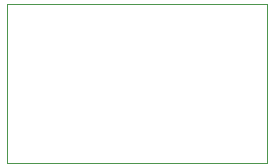
<source format=gbr>
%TF.GenerationSoftware,KiCad,Pcbnew,(7.0.0-0)*%
%TF.CreationDate,2023-02-24T10:49:41-08:00*%
%TF.ProjectId,mixpre-sled_power-board,6d697870-7265-42d7-936c-65645f706f77,rev?*%
%TF.SameCoordinates,Original*%
%TF.FileFunction,Profile,NP*%
%FSLAX46Y46*%
G04 Gerber Fmt 4.6, Leading zero omitted, Abs format (unit mm)*
G04 Created by KiCad (PCBNEW (7.0.0-0)) date 2023-02-24 10:49:41*
%MOMM*%
%LPD*%
G01*
G04 APERTURE LIST*
%TA.AperFunction,Profile*%
%ADD10C,0.100000*%
%TD*%
G04 APERTURE END LIST*
D10*
X0Y0D02*
X22000000Y0D01*
X22000000Y0D02*
X22000000Y-13500000D01*
X22000000Y-13500000D02*
X0Y-13500000D01*
X0Y-13500000D02*
X0Y0D01*
M02*

</source>
